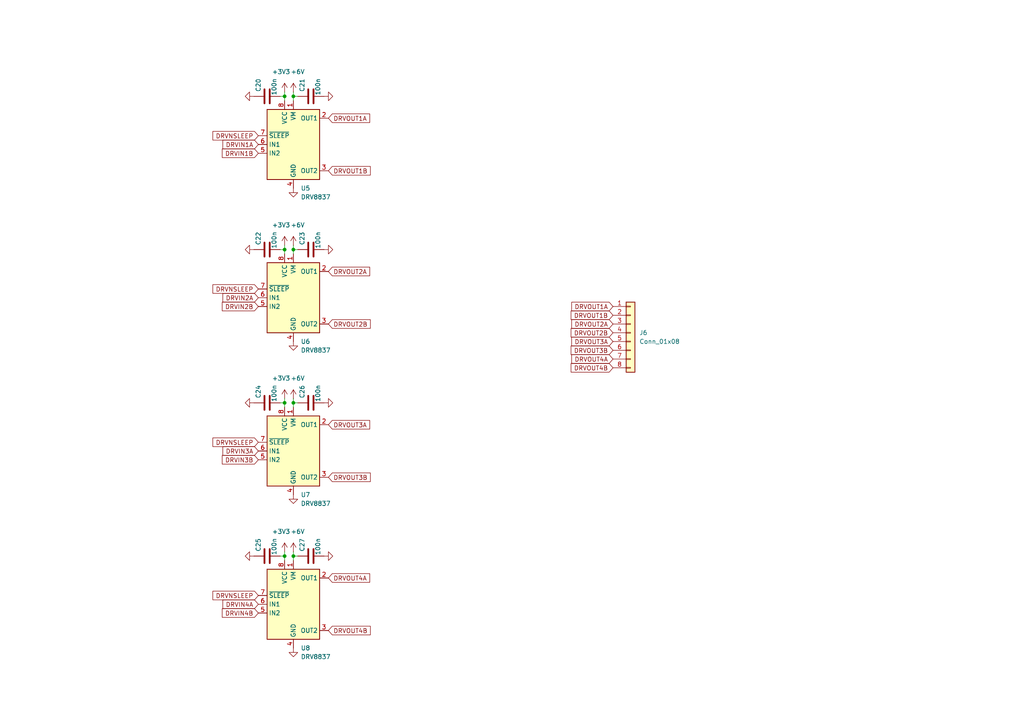
<source format=kicad_sch>
(kicad_sch (version 20250114) (generator "eeschema") (generator_version "9.0")
  (paper "A4")
  (lib_symbols
    (symbol "Connector_Generic:Conn_01x08" (pin_names (offset 1.016) (hide yes))
      (property "Reference" "J" (at 0 10.16 0))
      (property "Value" "Conn_01x08" (at 0 -12.7 0))
      (symbol "Conn_01x08_1_1"
        (rectangle (start -1.27 8.89) (end 1.27 -11.43) (stroke (width 0.254)) (fill (type background)))
        (rectangle (start -1.27 7.747) (end 0 7.493) (stroke (width 0.1524)))
        (rectangle (start -1.27 5.207) (end 0 4.953) (stroke (width 0.1524)))
        (rectangle (start -1.27 2.667) (end 0 2.413) (stroke (width 0.1524)))
        (rectangle (start -1.27 0.127) (end 0 -0.127) (stroke (width 0.1524)))
        (rectangle (start -1.27 -2.413) (end 0 -2.667) (stroke (width 0.1524)))
        (rectangle (start -1.27 -4.953) (end 0 -5.207) (stroke (width 0.1524)))
        (rectangle (start -1.27 -7.493) (end 0 -7.747) (stroke (width 0.1524)))
        (rectangle (start -1.27 -10.033) (end 0 -10.287) (stroke (width 0.1524)))
        (pin passive line (at -5.08 7.62 0) (length 3.81) (name "Pin_1") (number "1"))
        (pin passive line (at -5.08 5.08 0) (length 3.81) (name "Pin_2") (number "2"))
        (pin passive line (at -5.08 2.54 0) (length 3.81) (name "Pin_3") (number "3"))
        (pin passive line (at -5.08 0 0) (length 3.81) (name "Pin_4") (number "4"))
        (pin passive line (at -5.08 -2.54 0) (length 3.81) (name "Pin_5") (number "5"))
        (pin passive line (at -5.08 -5.08 0) (length 3.81) (name "Pin_6") (number "6"))
        (pin passive line (at -5.08 -7.62 0) (length 3.81) (name "Pin_7") (number "7"))
        (pin passive line (at -5.08 -10.16 0) (length 3.81) (name "Pin_8") (number "8"))
      )
    )
    (symbol "Device:C" (pin_numbers (hide yes)) (pin_names (offset 0.254))
      (property "Reference" "C" (at 0.635 2.54 0))
      (property "Value" "C" (at 0.635 -2.54 0))
      (symbol "C_0_1"
        (polyline (pts (xy -2.032 0.762) (xy 2.032 0.762)) (stroke (width 0.508)))
        (polyline (pts (xy -2.032 -0.762) (xy 2.032 -0.762)) (stroke (width 0.508)))
      )
      (symbol "C_1_1"
        (pin passive line (at 0 3.81 270) (length 2.794) (name "~") (number "1"))
        (pin passive line (at 0 -3.81 90) (length 2.794) (name "~") (number "2"))
      )
    )
    (symbol "Driver_Motor:DRV8837"
      (property "Reference" "U" (at 6.35 11.43 0))
      (property "Value" "DRV8837" (at -10.16 11.43 0))
      (symbol "DRV8837_0_1"
        (rectangle (start -7.62 10.16) (end 7.62 -10.16) (stroke (width 0.254)) (fill (type background)))
      )
      (symbol "DRV8837_1_1"
        (pin input line (at -10.16 2.54 0) (length 2.54) (name "~{SLEEP}") (number "7"))
        (pin input line (at -10.16 0 0) (length 2.54) (name "IN1") (number "6"))
        (pin input line (at -10.16 -2.54 0) (length 2.54) (name "IN2") (number "5"))
        (pin power_in line (at -2.54 12.7 270) (length 2.54) (name "VCC") (number "8"))
        (pin power_in line (at 0 12.7 270) (length 2.54) (name "VM") (number "1"))
        (pin power_in line (at 0 -12.7 90) (length 2.54) (name "GND") (number "4"))
        (pin passive line (at 0 -12.7 90) (length 2.54) (hide yes) (name "GND") (number "9"))
        (pin output line (at 10.16 7.62 180) (length 2.54) (name "OUT1") (number "2"))
        (pin output line (at 10.16 -7.62 180) (length 2.54) (name "OUT2") (number "3"))
      )
    )
    (symbol "power:+3V3" (power) (pin_names (offset 0))
      (property "Value" "+3V3" (at 0 3.556 0))
      (symbol "+3V3_0_1"
        (polyline (pts (xy -0.762 1.27) (xy 0 2.54)))
        (polyline (pts (xy 0 2.54) (xy 0.762 1.27)))
        (polyline (pts (xy 0 0) (xy 0 2.54)))
      )
      (symbol "+3V3_1_1"
        (pin power_in line (at 0 0 90) (length 0) (hide yes) (name "+3V3") (number "1"))
      )
    )
    (symbol "power:+6V" (power) (pin_numbers (hide yes)) (pin_names (offset 0) (hide yes))
      (property "Value" "+6V" (at 0 3.556 0))
      (symbol "+6V_0_1"
        (polyline (pts (xy -0.762 1.27) (xy 0 2.54)))
        (polyline (pts (xy 0 2.54) (xy 0.762 1.27)))
        (polyline (pts (xy 0 0) (xy 0 2.54)))
      )
      (symbol "+6V_1_1"
        (pin power_in line (at 0 0 90) (length 0) (name "~") (number "1"))
      )
    )
    (symbol "power:GND" (power) (pin_names (offset 0))
      (property "Value" "GND" (at 0 -3.81 0))
      (symbol "GND_0_1"
        (polyline (pts (xy 0 0) (xy 0 -1.27) (xy 1.27 -1.27) (xy 0 -2.54) (xy -1.27 -1.27) (xy 0 -1.27)))
      )
      (symbol "GND_1_1"
        (pin power_in line (at 0 0 270) (length 0) (hide yes) (name "GND") (number "1"))
      )
    )
  )
  (junction (at 85.09 27.94))
  (junction (at 82.55 161.29))
  (junction (at 85.09 116.84))
  (junction (at 85.09 161.29))
  (junction (at 82.55 27.94))
  (junction (at 82.55 116.84))
  (junction (at 82.55 72.39))
  (junction (at 85.09 72.39))
  (wire (pts (xy 85.09 27.94) (xy 86.36 27.94)))
  (wire (pts (xy 82.55 26.67) (xy 82.55 27.94)))
  (wire (pts (xy 82.55 116.84) (xy 82.55 118.11)))
  (wire (pts (xy 81.28 116.84) (xy 82.55 116.84)))
  (wire (pts (xy 82.55 161.29) (xy 82.55 162.56)))
  (wire (pts (xy 82.55 72.39) (xy 82.55 73.66)))
  (wire (pts (xy 85.09 71.12) (xy 85.09 72.39)))
  (wire (pts (xy 85.09 161.29) (xy 86.36 161.29)))
  (wire (pts (xy 81.28 72.39) (xy 82.55 72.39)))
  (wire (pts (xy 85.09 160.02) (xy 85.09 161.29)))
  (wire (pts (xy 82.55 27.94) (xy 82.55 29.21)))
  (wire (pts (xy 85.09 26.67) (xy 85.09 27.94)))
  (wire (pts (xy 85.09 116.84) (xy 86.36 116.84)))
  (wire (pts (xy 85.09 115.57) (xy 85.09 116.84)))
  (wire (pts (xy 85.09 161.29) (xy 85.09 162.56)))
  (wire (pts (xy 85.09 27.94) (xy 85.09 29.21)))
  (wire (pts (xy 81.28 161.29) (xy 82.55 161.29)))
  (wire (pts (xy 81.28 27.94) (xy 82.55 27.94)))
  (wire (pts (xy 82.55 71.12) (xy 82.55 72.39)))
  (wire (pts (xy 82.55 115.57) (xy 82.55 116.84)))
  (wire (pts (xy 82.55 160.02) (xy 82.55 161.29)))
  (wire (pts (xy 85.09 116.84) (xy 85.09 118.11)))
  (wire (pts (xy 85.09 72.39) (xy 85.09 73.66)))
  (wire (pts (xy 85.09 72.39) (xy 86.36 72.39)))
  (global_label "DRVOUT4B" (shape input) (at 177.8 106.68 180) (property "Intersheetrefs" "${INTERSHEET_REFS}" (effects (hide yes))))
  (global_label "DRVIN3A" (shape input) (at 74.93 130.81 180) (property "Intersheetrefs" "${INTERSHEET_REFS}" (effects (hide yes))))
  (global_label "DRVIN1B" (shape input) (at 74.93 44.45 180) (property "Intersheetrefs" "${INTERSHEET_REFS}" (effects (hide yes))))
  (global_label "DRVIN2B" (shape input) (at 74.93 88.9 180) (property "Intersheetrefs" "${INTERSHEET_REFS}" (effects (hide yes))))
  (global_label "DRVOUT4A" (shape input) (at 95.25 167.64 0) (property "Intersheetrefs" "${INTERSHEET_REFS}" (effects (hide yes))))
  (global_label "DRVOUT4A" (shape input) (at 177.8 104.14 180) (property "Intersheetrefs" "${INTERSHEET_REFS}" (effects (hide yes))))
  (global_label "DRVOUT1A" (shape input) (at 177.8 88.9 180) (property "Intersheetrefs" "${INTERSHEET_REFS}" (effects (hide yes))))
  (global_label "DRVNSLEEP" (shape input) (at 74.93 39.37 180) (property "Intersheetrefs" "${INTERSHEET_REFS}" (effects (hide yes))))
  (global_label "DRVIN3B" (shape input) (at 74.93 133.35 180) (property "Intersheetrefs" "${INTERSHEET_REFS}" (effects (hide yes))))
  (global_label "DRVOUT2B" (shape input) (at 177.8 96.52 180) (property "Intersheetrefs" "${INTERSHEET_REFS}" (effects (hide yes))))
  (global_label "DRVOUT2A" (shape input) (at 95.25 78.74 0) (property "Intersheetrefs" "${INTERSHEET_REFS}" (effects (hide yes))))
  (global_label "DRVIN1A" (shape input) (at 74.93 41.91 180) (property "Intersheetrefs" "${INTERSHEET_REFS}" (effects (hide yes))))
  (global_label "DRVOUT3A" (shape input) (at 177.8 99.06 180) (property "Intersheetrefs" "${INTERSHEET_REFS}" (effects (hide yes))))
  (global_label "DRVIN4B" (shape input) (at 74.93 177.8 180) (property "Intersheetrefs" "${INTERSHEET_REFS}" (effects (hide yes))))
  (global_label "DRVNSLEEP" (shape input) (at 74.93 83.82 180) (property "Intersheetrefs" "${INTERSHEET_REFS}" (effects (hide yes))))
  (global_label "DRVOUT1A" (shape input) (at 95.25 34.29 0) (property "Intersheetrefs" "${INTERSHEET_REFS}" (effects (hide yes))))
  (global_label "DRVIN4A" (shape input) (at 74.93 175.26 180) (property "Intersheetrefs" "${INTERSHEET_REFS}" (effects (hide yes))))
  (global_label "DRVOUT3B" (shape input) (at 177.8 101.6 180) (property "Intersheetrefs" "${INTERSHEET_REFS}" (effects (hide yes))))
  (global_label "DRVOUT1B" (shape input) (at 177.8 91.44 180) (property "Intersheetrefs" "${INTERSHEET_REFS}" (effects (hide yes))))
  (global_label "DRVOUT3B" (shape input) (at 95.25 138.43 0) (property "Intersheetrefs" "${INTERSHEET_REFS}" (effects (hide yes))))
  (global_label "DRVNSLEEP" (shape input) (at 74.93 172.72 180) (property "Intersheetrefs" "${INTERSHEET_REFS}" (effects (hide yes))))
  (global_label "DRVOUT2B" (shape input) (at 95.25 93.98 0) (property "Intersheetrefs" "${INTERSHEET_REFS}" (effects (hide yes))))
  (global_label "DRVNSLEEP" (shape input) (at 74.93 128.27 180) (property "Intersheetrefs" "${INTERSHEET_REFS}" (effects (hide yes))))
  (global_label "DRVOUT1B" (shape input) (at 95.25 49.53 0) (property "Intersheetrefs" "${INTERSHEET_REFS}" (effects (hide yes))))
  (global_label "DRVIN2A" (shape input) (at 74.93 86.36 180) (property "Intersheetrefs" "${INTERSHEET_REFS}" (effects (hide yes))))
  (global_label "DRVOUT3A" (shape input) (at 95.25 123.19 0) (property "Intersheetrefs" "${INTERSHEET_REFS}" (effects (hide yes))))
  (global_label "DRVOUT4B" (shape input) (at 95.25 182.88 0) (property "Intersheetrefs" "${INTERSHEET_REFS}" (effects (hide yes))))
  (global_label "DRVOUT2A" (shape input) (at 177.8 93.98 180) (property "Intersheetrefs" "${INTERSHEET_REFS}" (effects (hide yes))))
  (symbol (lib_id "Device:C") (at 90.17 116.84 90) (unit 1)
    (property "Reference" "C26" (at 87.63 115.57 0) (effects (justify left)))
    (property "Value" "100n" (at 92.202 116.586 0) (effects (justify left)))
    (property "Footprint" "Capacitor_SMD:C_0402_1005Metric" (effects (hide yes)))
    (property "Datasheet" "https://datasheet.lcsc.com/lcsc/2304140030_Samsung-Electro-Mechanics-CL05B104KO5NNNC_C1525.pdf" (effects (hide yes)))
    (property "LCSC Part" "C1525" (effects (hide yes)))
  )
  (symbol (lib_id "power:GND") (at 93.98 27.94 90) (unit 1)
    (property "Reference" "#PWR059" (effects (hide yes)))
    (property "Value" "GND" (effects (hide yes)))
  )
  (symbol (lib_id "power:GND") (at 73.66 116.84 270) (unit 1)
    (property "Reference" "#PWR065" (effects (hide yes)))
    (property "Value" "GND" (effects (hide yes)))
  )
  (symbol (lib_id "power:+6V") (at 85.09 26.67 0) (unit 1)
    (property "Reference" "#PWR058" (effects (hide yes)))
    (property "Value" "+6V" (at 86.36 20.828 0))
    (property "Description" "Power symbol creates a global label with name \"+6V\"" (effects (hide yes)))
  )
  (symbol (lib_id "Device:C") (at 77.47 27.94 90) (unit 1)
    (property "Reference" "C20" (at 74.93 26.67 0) (effects (justify left)))
    (property "Value" "100n" (at 79.502 27.686 0) (effects (justify left)))
    (property "Footprint" "Capacitor_SMD:C_0402_1005Metric" (effects (hide yes)))
    (property "Datasheet" "https://datasheet.lcsc.com/lcsc/2304140030_Samsung-Electro-Mechanics-CL05B104KO5NNNC_C1525.pdf" (effects (hide yes)))
    (property "LCSC Part" "C1525" (effects (hide yes)))
  )
  (symbol (lib_id "power:+3V3") (at 82.55 160.02 0) (unit 1)
    (property "Reference" "#PWR068" (effects (hide yes)))
    (property "Value" "+3V3" (at 81.534 154.178 0))
  )
  (symbol (lib_id "Driver_Motor:DRV8837") (at 85.09 86.36 0) (unit 1)
    (property "Reference" "U6" (at 87.2333 99.06 0) (effects (justify left)))
    (property "Value" "DRV8837" (at 87.2333 101.6 0) (effects (justify left)))
    (property "Footprint" "Package_SON:WSON-8-1EP_2x2mm_P0.5mm_EP0.9x1.6mm" (effects (hide yes)))
    (property "Datasheet" "http://www.ti.com/lit/ds/symlink/drv8837.pdf" (effects (hide yes)))
    (property "Description" "H-Bridge driver, 1.8A, Low Voltage, PWM input, WSON-8" (effects (hide yes)))
    (property "LCSC Part" "C39159" (effects (hide yes)))
  )
  (symbol (lib_id "power:GND") (at 93.98 72.39 90) (unit 1)
    (property "Reference" "#PWR064" (effects (hide yes)))
    (property "Value" "GND" (effects (hide yes)))
  )
  (symbol (lib_id "Device:C") (at 90.17 27.94 90) (unit 1)
    (property "Reference" "C21" (at 87.63 26.67 0) (effects (justify left)))
    (property "Value" "100n" (at 92.202 27.686 0) (effects (justify left)))
    (property "Footprint" "Capacitor_SMD:C_0402_1005Metric" (effects (hide yes)))
    (property "Datasheet" "https://datasheet.lcsc.com/lcsc/2304140030_Samsung-Electro-Mechanics-CL05B104KO5NNNC_C1525.pdf" (effects (hide yes)))
    (property "LCSC Part" "C1525" (effects (hide yes)))
  )
  (symbol (lib_id "Driver_Motor:DRV8837") (at 85.09 130.81 0) (unit 1)
    (property "Reference" "U7" (at 87.2333 143.51 0) (effects (justify left)))
    (property "Value" "DRV8837" (at 87.2333 146.05 0) (effects (justify left)))
    (property "Footprint" "Package_SON:WSON-8-1EP_2x2mm_P0.5mm_EP0.9x1.6mm" (effects (hide yes)))
    (property "Datasheet" "http://www.ti.com/lit/ds/symlink/drv8837.pdf" (effects (hide yes)))
    (property "Description" "H-Bridge driver, 1.8A, Low Voltage, PWM input, WSON-8" (effects (hide yes)))
    (property "LCSC Part" "C39159" (effects (hide yes)))
  )
  (symbol (lib_id "Device:C") (at 90.17 161.29 90) (unit 1)
    (property "Reference" "C27" (at 87.63 160.02 0) (effects (justify left)))
    (property "Value" "100n" (at 92.202 161.036 0) (effects (justify left)))
    (property "Footprint" "Capacitor_SMD:C_0402_1005Metric" (effects (hide yes)))
    (property "Datasheet" "https://datasheet.lcsc.com/lcsc/2304140030_Samsung-Electro-Mechanics-CL05B104KO5NNNC_C1525.pdf" (effects (hide yes)))
    (property "LCSC Part" "C1525" (effects (hide yes)))
  )
  (symbol (lib_id "Device:C") (at 77.47 72.39 90) (unit 1)
    (property "Reference" "C22" (at 74.93 71.12 0) (effects (justify left)))
    (property "Value" "100n" (at 79.502 72.136 0) (effects (justify left)))
    (property "Footprint" "Capacitor_SMD:C_0402_1005Metric" (effects (hide yes)))
    (property "Datasheet" "https://datasheet.lcsc.com/lcsc/2304140030_Samsung-Electro-Mechanics-CL05B104KO5NNNC_C1525.pdf" (effects (hide yes)))
    (property "LCSC Part" "C1525" (effects (hide yes)))
  )
  (symbol (lib_id "power:+6V") (at 85.09 160.02 0) (unit 1)
    (property "Reference" "#PWR071" (effects (hide yes)))
    (property "Value" "+6V" (at 86.36 154.178 0))
    (property "Description" "Power symbol creates a global label with name \"+6V\"" (effects (hide yes)))
  )
  (symbol (lib_id "power:GND") (at 85.09 187.96 0) (unit 1)
    (property "Reference" "#PWR072" (effects (hide yes)))
    (property "Value" "GND" (effects (hide yes)))
  )
  (symbol (lib_id "Connector_Generic:Conn_01x08") (at 182.88 96.52 0) (unit 1)
    (property "Reference" "J6" (at 185.42 96.5199 0) (effects (justify left)))
    (property "Value" "Conn_01x08" (at 185.42 99.0599 0) (effects (justify left)))
    (property "Footprint" "Connector_PinSocket_2.54mm:PinSocket_1x08_P2.54mm_Vertical" (effects (hide yes)))
    (property "Description" "Generic connector, single row, 01x08, script generated (kicad-library-utils/schlib/autogen/connector/)" (effects (hide yes)))
  )
  (symbol (lib_id "power:GND") (at 85.09 143.51 0) (unit 1)
    (property "Reference" "#PWR070" (effects (hide yes)))
    (property "Value" "GND" (effects (hide yes)))
  )
  (symbol (lib_id "power:GND") (at 73.66 27.94 270) (unit 1)
    (property "Reference" "#PWR055" (effects (hide yes)))
    (property "Value" "GND" (effects (hide yes)))
  )
  (symbol (lib_id "power:GND") (at 73.66 72.39 270) (unit 1)
    (property "Reference" "#PWR060" (effects (hide yes)))
    (property "Value" "GND" (effects (hide yes)))
  )
  (symbol (lib_id "power:+6V") (at 85.09 115.57 0) (unit 1)
    (property "Reference" "#PWR069" (effects (hide yes)))
    (property "Value" "+6V" (at 86.36 109.728 0))
    (property "Description" "Power symbol creates a global label with name \"+6V\"" (effects (hide yes)))
  )
  (symbol (lib_id "power:+3V3") (at 82.55 26.67 0) (unit 1)
    (property "Reference" "#PWR056" (effects (hide yes)))
    (property "Value" "+3V3" (at 81.534 20.828 0))
  )
  (symbol (lib_id "Device:C") (at 77.47 116.84 90) (unit 1)
    (property "Reference" "C24" (at 74.93 115.57 0) (effects (justify left)))
    (property "Value" "100n" (at 79.502 116.586 0) (effects (justify left)))
    (property "Footprint" "Capacitor_SMD:C_0402_1005Metric" (effects (hide yes)))
    (property "Datasheet" "https://datasheet.lcsc.com/lcsc/2304140030_Samsung-Electro-Mechanics-CL05B104KO5NNNC_C1525.pdf" (effects (hide yes)))
    (property "LCSC Part" "C1525" (effects (hide yes)))
  )
  (symbol (lib_id "Driver_Motor:DRV8837") (at 85.09 41.91 0) (unit 1)
    (property "Reference" "U5" (at 87.2333 54.61 0) (effects (justify left)))
    (property "Value" "DRV8837" (at 87.2333 57.15 0) (effects (justify left)))
    (property "Footprint" "Package_SON:WSON-8-1EP_2x2mm_P0.5mm_EP0.9x1.6mm" (effects (hide yes)))
    (property "Datasheet" "http://www.ti.com/lit/ds/symlink/drv8837.pdf" (effects (hide yes)))
    (property "Description" "H-Bridge driver, 1.8A, Low Voltage, PWM input, WSON-8" (effects (hide yes)))
    (property "LCSC Part" "C39159" (effects (hide yes)))
  )
  (symbol (lib_id "power:GND") (at 93.98 116.84 90) (unit 1)
    (property "Reference" "#PWR073" (effects (hide yes)))
    (property "Value" "GND" (effects (hide yes)))
  )
  (symbol (lib_id "power:GND") (at 85.09 54.61 0) (unit 1)
    (property "Reference" "#PWR057" (effects (hide yes)))
    (property "Value" "GND" (effects (hide yes)))
  )
  (symbol (lib_id "Device:C") (at 77.47 161.29 90) (unit 1)
    (property "Reference" "C25" (at 74.93 160.02 0) (effects (justify left)))
    (property "Value" "100n" (at 79.502 161.036 0) (effects (justify left)))
    (property "Footprint" "Capacitor_SMD:C_0402_1005Metric" (effects (hide yes)))
    (property "Datasheet" "https://datasheet.lcsc.com/lcsc/2304140030_Samsung-Electro-Mechanics-CL05B104KO5NNNC_C1525.pdf" (effects (hide yes)))
    (property "LCSC Part" "C1525" (effects (hide yes)))
  )
  (symbol (lib_id "power:+3V3") (at 82.55 115.57 0) (unit 1)
    (property "Reference" "#PWR067" (effects (hide yes)))
    (property "Value" "+3V3" (at 81.534 109.728 0))
  )
  (symbol (lib_id "power:GND") (at 93.98 161.29 90) (unit 1)
    (property "Reference" "#PWR074" (effects (hide yes)))
    (property "Value" "GND" (effects (hide yes)))
  )
  (symbol (lib_id "power:GND") (at 85.09 99.06 0) (unit 1)
    (property "Reference" "#PWR063" (effects (hide yes)))
    (property "Value" "GND" (effects (hide yes)))
  )
  (symbol (lib_id "Driver_Motor:DRV8837") (at 85.09 175.26 0) (unit 1)
    (property "Reference" "U8" (at 87.2333 187.96 0) (effects (justify left)))
    (property "Value" "DRV8837" (at 87.2333 190.5 0) (effects (justify left)))
    (property "Footprint" "Package_SON:WSON-8-1EP_2x2mm_P0.5mm_EP0.9x1.6mm" (effects (hide yes)))
    (property "Datasheet" "http://www.ti.com/lit/ds/symlink/drv8837.pdf" (effects (hide yes)))
    (property "Description" "H-Bridge driver, 1.8A, Low Voltage, PWM input, WSON-8" (effects (hide yes)))
    (property "LCSC Part" "C39159" (effects (hide yes)))
  )
  (symbol (lib_id "power:GND") (at 73.66 161.29 270) (unit 1)
    (property "Reference" "#PWR066" (effects (hide yes)))
    (property "Value" "GND" (effects (hide yes)))
  )
  (symbol (lib_id "Device:C") (at 90.17 72.39 90) (unit 1)
    (property "Reference" "C23" (at 87.63 71.12 0) (effects (justify left)))
    (property "Value" "100n" (at 92.202 72.136 0) (effects (justify left)))
    (property "Footprint" "Capacitor_SMD:C_0402_1005Metric" (effects (hide yes)))
    (property "Datasheet" "https://datasheet.lcsc.com/lcsc/2304140030_Samsung-Electro-Mechanics-CL05B104KO5NNNC_C1525.pdf" (effects (hide yes)))
    (property "LCSC Part" "C1525" (effects (hide yes)))
  )
  (symbol (lib_id "power:+3V3") (at 82.55 71.12 0) (unit 1)
    (property "Reference" "#PWR061" (effects (hide yes)))
    (property "Value" "+3V3" (at 81.534 65.278 0))
  )
  (symbol (lib_id "power:+6V") (at 85.09 71.12 0) (unit 1)
    (property "Reference" "#PWR062" (effects (hide yes)))
    (property "Value" "+6V" (at 86.36 65.278 0))
    (property "Description" "Power symbol creates a global label with name \"+6V\"" (effects (hide yes)))
  )
)
</source>
